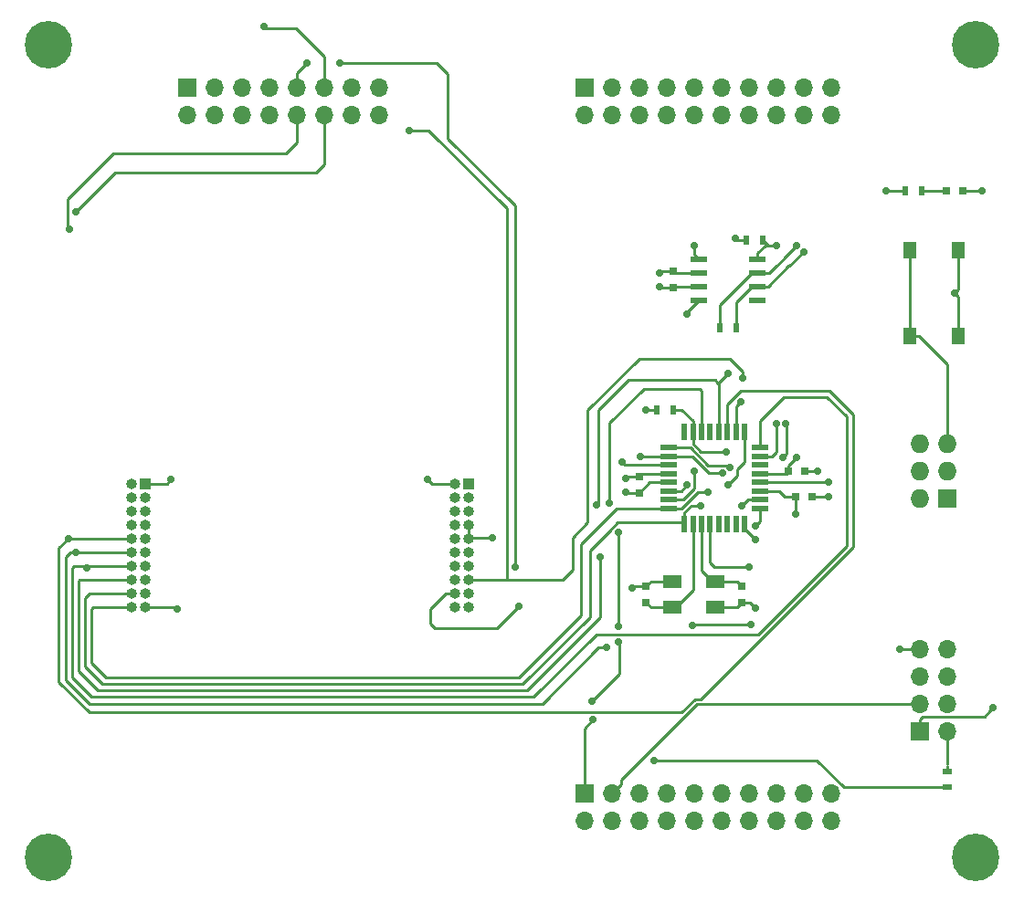
<source format=gtl>
G04 #@! TF.FileFunction,Copper,L1,Top,Signal*
%FSLAX46Y46*%
G04 Gerber Fmt 4.6, Leading zero omitted, Abs format (unit mm)*
G04 Created by KiCad (PCBNEW 4.0.6) date Monday, August 21, 2017 'PMt' 07:14:59 PM*
%MOMM*%
%LPD*%
G01*
G04 APERTURE LIST*
%ADD10C,0.100000*%
%ADD11R,1.600000X0.550000*%
%ADD12R,0.550000X1.600000*%
%ADD13R,0.500000X0.900000*%
%ADD14R,1.700000X1.700000*%
%ADD15O,1.700000X1.700000*%
%ADD16R,1.727200X1.727200*%
%ADD17O,1.727200X1.727200*%
%ADD18R,1.300000X1.550000*%
%ADD19R,0.800000X0.750000*%
%ADD20R,0.750000X0.800000*%
%ADD21R,0.797560X0.797560*%
%ADD22R,0.900000X0.500000*%
%ADD23R,1.550000X0.600000*%
%ADD24R,1.800000X1.200000*%
%ADD25R,1.000000X1.000000*%
%ADD26O,1.000000X1.000000*%
%ADD27C,4.400000*%
%ADD28C,0.700000*%
%ADD29C,0.250000*%
G04 APERTURE END LIST*
D10*
D11*
X163517000Y-91688000D03*
X163517000Y-92488000D03*
X163517000Y-93288000D03*
X163517000Y-94088000D03*
X163517000Y-94888000D03*
X163517000Y-95688000D03*
X163517000Y-96488000D03*
X163517000Y-97288000D03*
D12*
X164967000Y-98738000D03*
X165767000Y-98738000D03*
X166567000Y-98738000D03*
X167367000Y-98738000D03*
X168167000Y-98738000D03*
X168967000Y-98738000D03*
X169767000Y-98738000D03*
X170567000Y-98738000D03*
D11*
X172017000Y-97288000D03*
X172017000Y-96488000D03*
X172017000Y-95688000D03*
X172017000Y-94888000D03*
X172017000Y-94088000D03*
X172017000Y-93288000D03*
X172017000Y-92488000D03*
X172017000Y-91688000D03*
D12*
X170567000Y-90238000D03*
X169767000Y-90238000D03*
X168967000Y-90238000D03*
X168167000Y-90238000D03*
X167367000Y-90238000D03*
X166567000Y-90238000D03*
X165767000Y-90238000D03*
X164967000Y-90238000D03*
D13*
X170700000Y-72390000D03*
X172200000Y-72390000D03*
D14*
X155702000Y-123698000D03*
D15*
X155702000Y-126238000D03*
X158242000Y-123698000D03*
X158242000Y-126238000D03*
X160782000Y-123698000D03*
X160782000Y-126238000D03*
X163322000Y-123698000D03*
X163322000Y-126238000D03*
X165862000Y-123698000D03*
X165862000Y-126238000D03*
X168402000Y-123698000D03*
X168402000Y-126238000D03*
X170942000Y-123698000D03*
X170942000Y-126238000D03*
X173482000Y-123698000D03*
X173482000Y-126238000D03*
X176022000Y-123698000D03*
X176022000Y-126238000D03*
X178562000Y-123698000D03*
X178562000Y-126238000D03*
D14*
X155702000Y-58293000D03*
D15*
X155702000Y-60833000D03*
X158242000Y-58293000D03*
X158242000Y-60833000D03*
X160782000Y-58293000D03*
X160782000Y-60833000D03*
X163322000Y-58293000D03*
X163322000Y-60833000D03*
X165862000Y-58293000D03*
X165862000Y-60833000D03*
X168402000Y-58293000D03*
X168402000Y-60833000D03*
X170942000Y-58293000D03*
X170942000Y-60833000D03*
X173482000Y-58293000D03*
X173482000Y-60833000D03*
X176022000Y-58293000D03*
X176022000Y-60833000D03*
X178562000Y-58293000D03*
X178562000Y-60833000D03*
D16*
X189357000Y-96393000D03*
D17*
X186817000Y-96393000D03*
X189357000Y-93853000D03*
X186817000Y-93853000D03*
X189357000Y-91313000D03*
X186817000Y-91313000D03*
D18*
X185837000Y-81318000D03*
X185837000Y-73368000D03*
X190337000Y-81318000D03*
X190337000Y-73368000D03*
D14*
X186817000Y-117983000D03*
D15*
X189357000Y-117983000D03*
X186817000Y-115443000D03*
X189357000Y-115443000D03*
X186817000Y-112903000D03*
X189357000Y-112903000D03*
X186817000Y-110363000D03*
X189357000Y-110363000D03*
D19*
X176820000Y-96210000D03*
X175320000Y-96210000D03*
D20*
X160782000Y-95873000D03*
X160782000Y-94373000D03*
D19*
X176137000Y-93853000D03*
X174637000Y-93853000D03*
D20*
X163957000Y-76823000D03*
X163957000Y-75323000D03*
X161417000Y-104533000D03*
X161417000Y-106033000D03*
X170307000Y-106033000D03*
X170307000Y-104533000D03*
D21*
X189242700Y-67818000D03*
X190741300Y-67818000D03*
D14*
X118872000Y-58293000D03*
D15*
X118872000Y-60833000D03*
X121412000Y-58293000D03*
X121412000Y-60833000D03*
X123952000Y-58293000D03*
X123952000Y-60833000D03*
X126492000Y-58293000D03*
X126492000Y-60833000D03*
X129032000Y-58293000D03*
X129032000Y-60833000D03*
X131572000Y-58293000D03*
X131572000Y-60833000D03*
X134112000Y-58293000D03*
X134112000Y-60833000D03*
X136652000Y-58293000D03*
X136652000Y-60833000D03*
D13*
X169787000Y-80518000D03*
X168287000Y-80518000D03*
X162457000Y-88138000D03*
X163957000Y-88138000D03*
X185432000Y-67818000D03*
X186932000Y-67818000D03*
D22*
X189357000Y-123178000D03*
X189357000Y-121678000D03*
D23*
X166337000Y-74168000D03*
X166337000Y-75438000D03*
X166337000Y-76708000D03*
X166337000Y-77978000D03*
X171737000Y-77978000D03*
X171737000Y-76708000D03*
X171737000Y-75438000D03*
X171737000Y-74168000D03*
D24*
X163862000Y-106483000D03*
X167862000Y-106483000D03*
X167862000Y-104083000D03*
X163862000Y-104083000D03*
D25*
X115000000Y-95000000D03*
D26*
X113730000Y-95000000D03*
X115000000Y-96270000D03*
X113730000Y-96270000D03*
X115000000Y-97540000D03*
X113730000Y-97540000D03*
X115000000Y-98810000D03*
X113730000Y-98810000D03*
X115000000Y-100080000D03*
X113730000Y-100080000D03*
X115000000Y-101350000D03*
X113730000Y-101350000D03*
X115000000Y-102620000D03*
X113730000Y-102620000D03*
X115000000Y-103890000D03*
X113730000Y-103890000D03*
X115000000Y-105160000D03*
X113730000Y-105160000D03*
X115000000Y-106430000D03*
X113730000Y-106430000D03*
D25*
X145000000Y-95000000D03*
D26*
X143730000Y-95000000D03*
X145000000Y-96270000D03*
X143730000Y-96270000D03*
X145000000Y-97540000D03*
X143730000Y-97540000D03*
X145000000Y-98810000D03*
X143730000Y-98810000D03*
X145000000Y-100080000D03*
X143730000Y-100080000D03*
X145000000Y-101350000D03*
X143730000Y-101350000D03*
X145000000Y-102620000D03*
X143730000Y-102620000D03*
X145000000Y-103890000D03*
X143730000Y-103890000D03*
X145000000Y-105160000D03*
X143730000Y-105160000D03*
X145000000Y-106430000D03*
X143730000Y-106430000D03*
D27*
X192000000Y-54300000D03*
X192000000Y-129700000D03*
X106000000Y-129700000D03*
X106000000Y-54300000D03*
D28*
X178309229Y-96224766D03*
X178296946Y-94905103D03*
X118000000Y-106600000D03*
X141200000Y-94600000D03*
X117400000Y-94600000D03*
X169672000Y-72263000D03*
X162687000Y-75438000D03*
X159512000Y-95758000D03*
X177292000Y-93853000D03*
X192532000Y-67818000D03*
X189992000Y-77343000D03*
X160147000Y-104648000D03*
X171577000Y-106553000D03*
X175320798Y-97803445D03*
X147200000Y-100000000D03*
X161417000Y-88138000D03*
X162687000Y-76708000D03*
X159512000Y-94488000D03*
X175387000Y-92583000D03*
X183642000Y-67818000D03*
X174382003Y-89408000D03*
X174117000Y-92583000D03*
X171577000Y-100203000D03*
X162185202Y-120705202D03*
X169037000Y-95123000D03*
X170307000Y-97028000D03*
X168836340Y-92034362D03*
X193597265Y-115801572D03*
X169223476Y-93512869D03*
X168472157Y-94008389D03*
X160850000Y-92490000D03*
X158870000Y-99500000D03*
X158880000Y-108220000D03*
X158880000Y-109680000D03*
X156390000Y-115210000D03*
X156500000Y-116890000D03*
X165730477Y-108192092D03*
X171150000Y-108030000D03*
X184912000Y-110363000D03*
X170942000Y-102743000D03*
X165227000Y-95123000D03*
X165186999Y-79248000D03*
X167132000Y-95758000D03*
X165862000Y-72898000D03*
X165862000Y-93853000D03*
X166497000Y-97028000D03*
X169000000Y-84800000D03*
X156800000Y-97000000D03*
X157200000Y-101800000D03*
X176023397Y-73534397D03*
X175387000Y-72898000D03*
X171577000Y-98933000D03*
X173482000Y-89408000D03*
X173482000Y-72898000D03*
X108000000Y-71400000D03*
X107920000Y-100080000D03*
X158000000Y-96800000D03*
X157800000Y-110200000D03*
X108600000Y-69800000D03*
X108600000Y-101350000D03*
X109600000Y-102800000D03*
X126000000Y-52600000D03*
X139500000Y-62250000D03*
X170400000Y-85200000D03*
X170200000Y-87400000D03*
X130000000Y-56000000D03*
X133000000Y-56000000D03*
X149250000Y-102750000D03*
X159200000Y-93000000D03*
X149600000Y-106400000D03*
D29*
X178294463Y-96210000D02*
X178309229Y-96224766D01*
X176820000Y-96210000D02*
X178294463Y-96210000D01*
X178279843Y-94888000D02*
X178296946Y-94905103D01*
X172017000Y-94888000D02*
X178279843Y-94888000D01*
X115000000Y-106430000D02*
X117830000Y-106430000D01*
X117830000Y-106430000D02*
X118000000Y-106600000D01*
X143730000Y-95000000D02*
X141600000Y-95000000D01*
X141600000Y-95000000D02*
X141200000Y-94600000D01*
X115000000Y-95000000D02*
X117000000Y-95000000D01*
X117000000Y-95000000D02*
X117400000Y-94600000D01*
X170700000Y-72390000D02*
X169799000Y-72390000D01*
X169799000Y-72390000D02*
X169672000Y-72263000D01*
X163957000Y-75323000D02*
X162802000Y-75323000D01*
X162802000Y-75323000D02*
X162687000Y-75438000D01*
X166337000Y-75438000D02*
X164072000Y-75438000D01*
X164072000Y-75438000D02*
X163957000Y-75323000D01*
X160782000Y-95873000D02*
X159627000Y-95873000D01*
X159627000Y-95873000D02*
X159512000Y-95758000D01*
X163517000Y-94888000D02*
X161742000Y-94888000D01*
X161742000Y-94888000D02*
X160782000Y-95848000D01*
X160782000Y-95848000D02*
X160782000Y-95873000D01*
X176137000Y-93853000D02*
X177292000Y-93853000D01*
X190741300Y-67818000D02*
X192532000Y-67818000D01*
X190337000Y-81318000D02*
X190337000Y-77688000D01*
X190337000Y-77688000D02*
X189992000Y-77343000D01*
X190337000Y-73368000D02*
X190337000Y-76998000D01*
X190337000Y-76998000D02*
X189992000Y-77343000D01*
X161417000Y-104533000D02*
X160262000Y-104533000D01*
X160262000Y-104533000D02*
X160147000Y-104648000D01*
X163862000Y-104083000D02*
X161867000Y-104083000D01*
X161867000Y-104083000D02*
X161417000Y-104533000D01*
X170307000Y-106033000D02*
X171057000Y-106033000D01*
X171057000Y-106033000D02*
X171577000Y-106553000D01*
X167862000Y-106483000D02*
X169857000Y-106483000D01*
X169857000Y-106483000D02*
X170307000Y-106033000D01*
X175320000Y-97802647D02*
X175320798Y-97803445D01*
X175320000Y-96210000D02*
X175320000Y-97802647D01*
X173788000Y-95688000D02*
X174310000Y-96210000D01*
X174310000Y-96210000D02*
X175320000Y-96210000D01*
X172017000Y-95688000D02*
X173788000Y-95688000D01*
X145000000Y-98810000D02*
X145000000Y-100080000D01*
X145000000Y-100080000D02*
X145080000Y-100000000D01*
X145080000Y-100000000D02*
X147200000Y-100000000D01*
X162457000Y-88138000D02*
X161417000Y-88138000D01*
X163957000Y-76823000D02*
X162802000Y-76823000D01*
X162802000Y-76823000D02*
X162687000Y-76708000D01*
X166337000Y-76708000D02*
X164072000Y-76708000D01*
X164072000Y-76708000D02*
X163957000Y-76823000D01*
X160782000Y-94373000D02*
X159627000Y-94373000D01*
X159627000Y-94373000D02*
X159512000Y-94488000D01*
X163517000Y-94088000D02*
X161067000Y-94088000D01*
X161067000Y-94088000D02*
X160782000Y-94373000D01*
X174637000Y-93853000D02*
X174637000Y-93333000D01*
X174637000Y-93333000D02*
X175387000Y-92583000D01*
X172017000Y-94088000D02*
X174402000Y-94088000D01*
X174402000Y-94088000D02*
X174637000Y-93853000D01*
X185432000Y-67818000D02*
X183642000Y-67818000D01*
X163862000Y-106483000D02*
X161867000Y-106483000D01*
X161867000Y-106483000D02*
X161417000Y-106033000D01*
X165767000Y-98738000D02*
X165767000Y-104878000D01*
X165767000Y-104878000D02*
X164162000Y-106483000D01*
X164162000Y-106483000D02*
X163862000Y-106483000D01*
X167862000Y-104083000D02*
X169857000Y-104083000D01*
X169857000Y-104083000D02*
X170307000Y-104533000D01*
X166567000Y-98738000D02*
X166567000Y-103088000D01*
X166567000Y-103088000D02*
X167562000Y-104083000D01*
X167562000Y-104083000D02*
X167862000Y-104083000D01*
X186932000Y-67818000D02*
X189242700Y-67818000D01*
X174117000Y-92583000D02*
X174466999Y-92233001D01*
X174466999Y-92233001D02*
X174466999Y-89492996D01*
X174466999Y-89492996D02*
X174382003Y-89408000D01*
X170567000Y-98738000D02*
X170567000Y-99193000D01*
X170567000Y-99193000D02*
X171577000Y-100203000D01*
X189357000Y-123178000D02*
X179737001Y-123178000D01*
X177264203Y-120705202D02*
X162185202Y-120705202D01*
X179737001Y-123178000D02*
X177264203Y-120705202D01*
X169386999Y-94773001D02*
X169037000Y-95123000D01*
X170567000Y-90238000D02*
X170567000Y-93007582D01*
X169898478Y-93676104D02*
X169898478Y-94261522D01*
X170567000Y-93007582D02*
X169898478Y-93676104D01*
X169898478Y-94261522D02*
X169386999Y-94773001D01*
X172017000Y-96488000D02*
X170847000Y-96488000D01*
X170847000Y-96488000D02*
X170307000Y-97028000D01*
X189357000Y-115443000D02*
X188556002Y-115443000D01*
X165767000Y-91288000D02*
X166513362Y-92034362D01*
X165767000Y-90238000D02*
X165767000Y-91288000D01*
X168341366Y-92034362D02*
X168836340Y-92034362D01*
X166513362Y-92034362D02*
X168341366Y-92034362D01*
X193247266Y-116151571D02*
X193597265Y-115801572D01*
X192779553Y-116619284D02*
X193247266Y-116151571D01*
X187080716Y-116619284D02*
X192779553Y-116619284D01*
X186817000Y-116883000D02*
X187080716Y-116619284D01*
X186817000Y-117983000D02*
X186817000Y-116883000D01*
X163957000Y-88138000D02*
X164717000Y-88138000D01*
X164717000Y-88138000D02*
X165767000Y-89188000D01*
X165767000Y-89188000D02*
X165767000Y-90238000D01*
X185837000Y-81318000D02*
X185837000Y-73368000D01*
X189357000Y-91313000D02*
X189357000Y-83938000D01*
X189357000Y-83938000D02*
X186737000Y-81318000D01*
X186737000Y-81318000D02*
X185837000Y-81318000D01*
X169037188Y-93326581D02*
X169223476Y-93512869D01*
X167169171Y-93326581D02*
X169037188Y-93326581D01*
X163517000Y-91688000D02*
X165530590Y-91688000D01*
X165530590Y-91688000D02*
X167169171Y-93326581D01*
X159091999Y-122848001D02*
X159091999Y-122474786D01*
X158242000Y-123698000D02*
X159091999Y-122848001D01*
X159091999Y-122474786D02*
X166123785Y-115443000D01*
X166123785Y-115443000D02*
X185614919Y-115443000D01*
X185614919Y-115443000D02*
X186817000Y-115443000D01*
X163517000Y-92488000D02*
X165694180Y-92488000D01*
X165694180Y-92488000D02*
X167214569Y-94008389D01*
X167214569Y-94008389D02*
X167977183Y-94008389D01*
X167977183Y-94008389D02*
X168472157Y-94008389D01*
X160850000Y-92490000D02*
X163515000Y-92490000D01*
X163515000Y-92490000D02*
X163517000Y-92488000D01*
X158880000Y-108220000D02*
X158880000Y-99510000D01*
X158880000Y-99510000D02*
X158870000Y-99500000D01*
X156390000Y-115210000D02*
X158930000Y-112670000D01*
X158930000Y-112670000D02*
X158930000Y-109730000D01*
X158930000Y-109730000D02*
X158880000Y-109680000D01*
X155702000Y-123698000D02*
X155702000Y-117688000D01*
X155702000Y-117688000D02*
X156500000Y-116890000D01*
X165892569Y-108030000D02*
X165730477Y-108192092D01*
X171150000Y-108030000D02*
X165892569Y-108030000D01*
X167367000Y-98738000D02*
X167367000Y-102343000D01*
X167367000Y-102343000D02*
X167767000Y-102743000D01*
X167767000Y-102743000D02*
X170322000Y-102743000D01*
X170322000Y-102743000D02*
X170942000Y-102743000D01*
X184912000Y-110363000D02*
X186817000Y-110363000D01*
X164662000Y-95688000D02*
X165227000Y-95123000D01*
X163517000Y-95688000D02*
X164662000Y-95688000D01*
X165186999Y-79248000D02*
X165186999Y-79128001D01*
X165186999Y-79128001D02*
X166337000Y-77978000D01*
X166497000Y-78138000D02*
X166337000Y-77978000D01*
X166260590Y-95758000D02*
X167132000Y-95758000D01*
X163517000Y-97288000D02*
X164730590Y-97288000D01*
X164730590Y-97288000D02*
X166260590Y-95758000D01*
X122800000Y-113000000D02*
X149600000Y-113000000D01*
X158712000Y-97288000D02*
X163517000Y-97288000D01*
X155400000Y-100600000D02*
X158712000Y-97288000D01*
X155400000Y-107200000D02*
X155400000Y-100600000D01*
X149600000Y-113000000D02*
X155400000Y-107200000D01*
X110000000Y-107000000D02*
X110000000Y-111600000D01*
X110170000Y-106430000D02*
X110000000Y-106600000D01*
X110000000Y-106600000D02*
X110000000Y-107000000D01*
X113730000Y-106430000D02*
X110170000Y-106430000D01*
X111400000Y-113000000D02*
X122800000Y-113000000D01*
X122800000Y-113000000D02*
X123000000Y-113000000D01*
X110000000Y-111600000D02*
X111400000Y-113000000D01*
X165902001Y-95447001D02*
X165902001Y-93893001D01*
X164861002Y-96488000D02*
X165902001Y-95447001D01*
X163517000Y-96488000D02*
X164861002Y-96488000D01*
X165902001Y-93893001D02*
X165862000Y-93853000D01*
X165862000Y-72898000D02*
X165862000Y-73693000D01*
X165862000Y-73693000D02*
X166337000Y-74168000D01*
X164967000Y-98738000D02*
X164967000Y-97688000D01*
X164967000Y-97688000D02*
X165627000Y-97028000D01*
X165627000Y-97028000D02*
X166497000Y-97028000D01*
X123400000Y-113600000D02*
X150000000Y-113600000D01*
X109400000Y-112000000D02*
X111000000Y-113600000D01*
X111000000Y-113600000D02*
X123400000Y-113600000D01*
X113730000Y-105160000D02*
X109840000Y-105160000D01*
X109400000Y-105600000D02*
X109400000Y-107000000D01*
X109840000Y-105160000D02*
X109400000Y-105600000D01*
X109400000Y-107000000D02*
X109400000Y-112000000D01*
X158800000Y-98600000D02*
X164829000Y-98600000D01*
X158000000Y-99400000D02*
X158800000Y-98600000D01*
X156200000Y-101200000D02*
X158000000Y-99400000D01*
X156200000Y-107400000D02*
X156200000Y-101200000D01*
X150000000Y-113600000D02*
X156200000Y-107400000D01*
X164829000Y-98600000D02*
X164967000Y-98738000D01*
X168200000Y-85600000D02*
X168000000Y-85600000D01*
X169000000Y-84800000D02*
X168200000Y-85600000D01*
X159800000Y-85400000D02*
X167800000Y-85400000D01*
X108800000Y-112400000D02*
X110600000Y-114200000D01*
X110600000Y-114200000D02*
X125600000Y-114200000D01*
X108800000Y-107000000D02*
X108800000Y-105000000D01*
X108910000Y-103890000D02*
X108800000Y-104000000D01*
X108800000Y-104000000D02*
X108800000Y-105000000D01*
X113730000Y-103890000D02*
X108910000Y-103890000D01*
X108800000Y-107000000D02*
X108800000Y-112400000D01*
X157000000Y-88200000D02*
X159800000Y-85400000D01*
X157000000Y-96800000D02*
X157000000Y-88200000D01*
X156800000Y-97000000D02*
X157000000Y-96800000D01*
X157200000Y-107400000D02*
X157200000Y-101800000D01*
X150400000Y-114200000D02*
X157200000Y-107400000D01*
X125600000Y-114200000D02*
X150400000Y-114200000D01*
X168167000Y-85767000D02*
X168167000Y-90238000D01*
X167800000Y-85400000D02*
X168000000Y-85600000D01*
X168000000Y-85600000D02*
X168167000Y-85767000D01*
X174645254Y-74824746D02*
X174733048Y-74824746D01*
X174733048Y-74824746D02*
X176023397Y-73534397D01*
X171737000Y-76708000D02*
X172762000Y-76708000D01*
X172762000Y-76708000D02*
X174645254Y-74824746D01*
X171737000Y-76708000D02*
X172212000Y-76708000D01*
X171737000Y-76708000D02*
X171262000Y-76708000D01*
X171262000Y-76708000D02*
X169787000Y-78183000D01*
X169787000Y-78183000D02*
X169787000Y-79818000D01*
X169787000Y-79818000D02*
X169787000Y-80518000D01*
X175387000Y-72898000D02*
X174157000Y-74128000D01*
X174157000Y-74128000D02*
X174157000Y-74168000D01*
X173482000Y-74803000D02*
X173522000Y-74803000D01*
X173522000Y-74803000D02*
X174157000Y-74168000D01*
X171737000Y-75438000D02*
X172847000Y-75438000D01*
X172847000Y-75438000D02*
X173482000Y-74803000D01*
X171737000Y-75438000D02*
X172212000Y-75438000D01*
X171737000Y-75438000D02*
X171262000Y-75438000D01*
X171262000Y-75438000D02*
X168287000Y-78413000D01*
X168287000Y-78413000D02*
X168287000Y-79818000D01*
X168287000Y-79818000D02*
X168287000Y-80518000D01*
X172017000Y-97288000D02*
X172017000Y-98493000D01*
X172017000Y-98493000D02*
X171577000Y-98933000D01*
X189357000Y-121158000D02*
X189357000Y-121678000D01*
X189357000Y-121043000D02*
X189357000Y-117983000D01*
X172017000Y-92488000D02*
X173067000Y-92488000D01*
X173067000Y-92488000D02*
X173482000Y-92073000D01*
X173482000Y-92073000D02*
X173482000Y-89408000D01*
X172708000Y-72898000D02*
X172457000Y-72898000D01*
X172457000Y-72898000D02*
X171737000Y-73618000D01*
X171737000Y-73618000D02*
X171737000Y-74168000D01*
X173482000Y-72898000D02*
X172708000Y-72898000D01*
X172708000Y-72898000D02*
X172200000Y-72390000D01*
X170200000Y-86400000D02*
X168967000Y-87633000D01*
X180600000Y-88600000D02*
X178400000Y-86400000D01*
X178400000Y-86400000D02*
X170200000Y-86400000D01*
X107920000Y-100080000D02*
X107000000Y-101000000D01*
X180600000Y-100841446D02*
X180600000Y-88600000D01*
X165937385Y-114992989D02*
X166448457Y-114992989D01*
X166448457Y-114992989D02*
X180600000Y-100841446D01*
X109800000Y-116200000D02*
X164730375Y-116200000D01*
X164730375Y-116200000D02*
X165937385Y-114992989D01*
X107000000Y-101000000D02*
X107000000Y-113400000D01*
X168967000Y-87633000D02*
X168967000Y-89188000D01*
X168967000Y-89188000D02*
X168967000Y-90238000D01*
X107000000Y-113400000D02*
X109800000Y-116200000D01*
X112000000Y-64400000D02*
X128000000Y-64400000D01*
X108000000Y-71400000D02*
X108000000Y-71200000D01*
X108000000Y-71200000D02*
X107800000Y-71000000D01*
X107800000Y-71000000D02*
X107800000Y-68600000D01*
X107800000Y-68600000D02*
X112000000Y-64400000D01*
X129032000Y-63368000D02*
X129032000Y-60833000D01*
X128000000Y-64400000D02*
X129032000Y-63368000D01*
X108000000Y-100080000D02*
X107920000Y-100080000D01*
X108000000Y-100080000D02*
X113730000Y-100080000D01*
X119600000Y-115400000D02*
X151800000Y-115400000D01*
X166567000Y-86367000D02*
X166567000Y-90238000D01*
X166400000Y-86200000D02*
X166567000Y-86367000D01*
X161200000Y-86200000D02*
X166400000Y-86200000D01*
X158000000Y-89400000D02*
X161200000Y-86200000D01*
X158000000Y-96800000D02*
X158000000Y-89400000D01*
X157000000Y-110200000D02*
X157800000Y-110200000D01*
X151800000Y-115400000D02*
X157000000Y-110200000D01*
X107600000Y-107000000D02*
X107600000Y-113200000D01*
X107600000Y-104000000D02*
X107600000Y-101800000D01*
X108050000Y-101350000D02*
X107600000Y-101800000D01*
X108600000Y-101350000D02*
X108050000Y-101350000D01*
X107600000Y-107000000D02*
X107600000Y-104000000D01*
X109800000Y-115400000D02*
X119600000Y-115400000D01*
X119600000Y-115400000D02*
X119800000Y-115400000D01*
X107600000Y-113200000D02*
X109800000Y-115400000D01*
X131572000Y-65428000D02*
X131572000Y-60833000D01*
X130800000Y-66200000D02*
X131572000Y-65428000D01*
X112200000Y-66200000D02*
X130800000Y-66200000D01*
X108600000Y-69800000D02*
X112200000Y-66200000D01*
X108600000Y-101350000D02*
X113730000Y-101350000D01*
X148000000Y-114800000D02*
X151000000Y-114800000D01*
X172017000Y-89183000D02*
X172017000Y-91688000D01*
X174200000Y-87000000D02*
X172017000Y-89183000D01*
X178200000Y-87000000D02*
X174200000Y-87000000D01*
X180000000Y-88800000D02*
X178200000Y-87000000D01*
X180000000Y-92800000D02*
X180000000Y-88800000D01*
X180000000Y-100800000D02*
X180000000Y-92800000D01*
X171800000Y-109000000D02*
X180000000Y-100800000D01*
X156800000Y-109000000D02*
X171800000Y-109000000D01*
X151000000Y-114800000D02*
X156800000Y-109000000D01*
X108200000Y-106800000D02*
X108200000Y-113000000D01*
X110000000Y-114800000D02*
X148000000Y-114800000D01*
X148000000Y-114800000D02*
X148200000Y-114800000D01*
X108200000Y-113000000D02*
X110000000Y-114800000D01*
X109780000Y-102620000D02*
X109600000Y-102800000D01*
X110000000Y-102620000D02*
X109780000Y-102620000D01*
X131572000Y-55372000D02*
X131572000Y-58293000D01*
X129000000Y-52800000D02*
X131572000Y-55372000D01*
X126200000Y-52800000D02*
X129000000Y-52800000D01*
X126000000Y-52600000D02*
X126200000Y-52800000D01*
X108200000Y-107000000D02*
X108200000Y-106800000D01*
X108200000Y-106800000D02*
X108200000Y-104000000D01*
X108380000Y-102620000D02*
X108200000Y-102800000D01*
X108200000Y-102800000D02*
X108200000Y-104000000D01*
X108380000Y-102620000D02*
X110000000Y-102620000D01*
X110000000Y-102620000D02*
X113730000Y-102620000D01*
X148500000Y-69500000D02*
X148500000Y-103890000D01*
X141250000Y-62250000D02*
X148500000Y-69500000D01*
X139500000Y-62250000D02*
X141250000Y-62250000D01*
X145000000Y-103890000D02*
X148500000Y-103890000D01*
X148500000Y-103890000D02*
X153710000Y-103890000D01*
X153710000Y-103890000D02*
X154600000Y-103000000D01*
X154600000Y-103000000D02*
X154600000Y-100000000D01*
X154600000Y-100000000D02*
X156000000Y-98600000D01*
X156000000Y-98600000D02*
X156000000Y-88200000D01*
X156000000Y-88200000D02*
X160800000Y-83400000D01*
X160800000Y-83400000D02*
X169200000Y-83400000D01*
X169200000Y-83400000D02*
X170400000Y-84600000D01*
X170400000Y-84600000D02*
X170400000Y-85200000D01*
X170200000Y-87400000D02*
X169767000Y-87833000D01*
X169767000Y-87833000D02*
X169767000Y-90238000D01*
X143000000Y-61000000D02*
X143000000Y-63000000D01*
X129032000Y-56968000D02*
X130000000Y-56000000D01*
X133000000Y-56000000D02*
X142000000Y-56000000D01*
X142000000Y-56000000D02*
X143000000Y-57000000D01*
X143000000Y-57000000D02*
X143000000Y-61000000D01*
X129032000Y-58293000D02*
X129032000Y-56968000D01*
X149250000Y-69250000D02*
X149250000Y-102750000D01*
X143000000Y-63000000D02*
X149250000Y-69250000D01*
X141400000Y-106600000D02*
X141400000Y-108000000D01*
X142840000Y-105160000D02*
X141400000Y-106600000D01*
X143730000Y-105160000D02*
X142840000Y-105160000D01*
X159488000Y-93288000D02*
X163517000Y-93288000D01*
X159200000Y-93000000D02*
X159488000Y-93288000D01*
X147600000Y-108400000D02*
X149600000Y-106400000D01*
X141800000Y-108400000D02*
X147600000Y-108400000D01*
X141400000Y-108000000D02*
X141800000Y-108400000D01*
M02*

</source>
